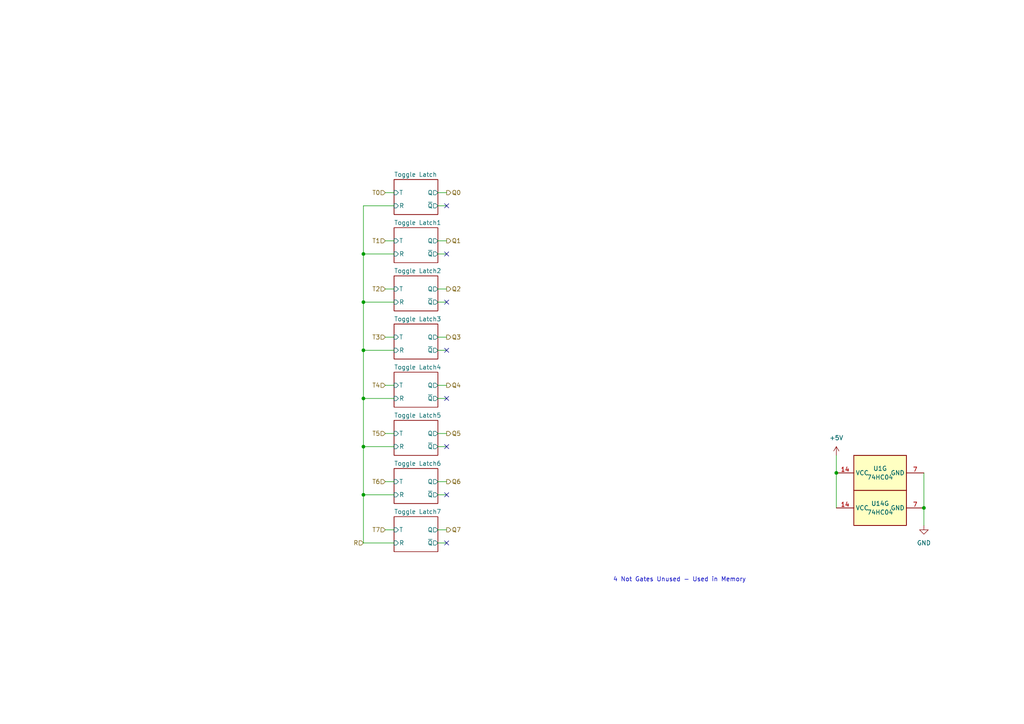
<source format=kicad_sch>
(kicad_sch (version 20230121) (generator eeschema)

  (uuid 0e6e3b96-4e98-4a63-aa6a-2e6a84e5bb3f)

  (paper "A4")

  (lib_symbols
    (symbol "74xx:74HC04" (in_bom yes) (on_board yes)
      (property "Reference" "U" (at 0 1.27 0)
        (effects (font (size 1.27 1.27)))
      )
      (property "Value" "74HC04" (at 0 -1.27 0)
        (effects (font (size 1.27 1.27)))
      )
      (property "Footprint" "" (at 0 0 0)
        (effects (font (size 1.27 1.27)) hide)
      )
      (property "Datasheet" "https://assets.nexperia.com/documents/data-sheet/74HC_HCT04.pdf" (at 0 0 0)
        (effects (font (size 1.27 1.27)) hide)
      )
      (property "ki_locked" "" (at 0 0 0)
        (effects (font (size 1.27 1.27)))
      )
      (property "ki_keywords" "HCMOS not inv" (at 0 0 0)
        (effects (font (size 1.27 1.27)) hide)
      )
      (property "ki_description" "Hex Inverter" (at 0 0 0)
        (effects (font (size 1.27 1.27)) hide)
      )
      (property "ki_fp_filters" "DIP*W7.62mm* SSOP?14* TSSOP?14*" (at 0 0 0)
        (effects (font (size 1.27 1.27)) hide)
      )
      (symbol "74HC04_1_0"
        (polyline
          (pts
            (xy -3.81 3.81)
            (xy -3.81 -3.81)
            (xy 3.81 0)
            (xy -3.81 3.81)
          )
          (stroke (width 0.254) (type default))
          (fill (type background))
        )
        (pin input line (at -7.62 0 0) (length 3.81)
          (name "~" (effects (font (size 1.27 1.27))))
          (number "1" (effects (font (size 1.27 1.27))))
        )
        (pin output inverted (at 7.62 0 180) (length 3.81)
          (name "~" (effects (font (size 1.27 1.27))))
          (number "2" (effects (font (size 1.27 1.27))))
        )
      )
      (symbol "74HC04_2_0"
        (polyline
          (pts
            (xy -3.81 3.81)
            (xy -3.81 -3.81)
            (xy 3.81 0)
            (xy -3.81 3.81)
          )
          (stroke (width 0.254) (type default))
          (fill (type background))
        )
        (pin input line (at -7.62 0 0) (length 3.81)
          (name "~" (effects (font (size 1.27 1.27))))
          (number "3" (effects (font (size 1.27 1.27))))
        )
        (pin output inverted (at 7.62 0 180) (length 3.81)
          (name "~" (effects (font (size 1.27 1.27))))
          (number "4" (effects (font (size 1.27 1.27))))
        )
      )
      (symbol "74HC04_3_0"
        (polyline
          (pts
            (xy -3.81 3.81)
            (xy -3.81 -3.81)
            (xy 3.81 0)
            (xy -3.81 3.81)
          )
          (stroke (width 0.254) (type default))
          (fill (type background))
        )
        (pin input line (at -7.62 0 0) (length 3.81)
          (name "~" (effects (font (size 1.27 1.27))))
          (number "5" (effects (font (size 1.27 1.27))))
        )
        (pin output inverted (at 7.62 0 180) (length 3.81)
          (name "~" (effects (font (size 1.27 1.27))))
          (number "6" (effects (font (size 1.27 1.27))))
        )
      )
      (symbol "74HC04_4_0"
        (polyline
          (pts
            (xy -3.81 3.81)
            (xy -3.81 -3.81)
            (xy 3.81 0)
            (xy -3.81 3.81)
          )
          (stroke (width 0.254) (type default))
          (fill (type background))
        )
        (pin output inverted (at 7.62 0 180) (length 3.81)
          (name "~" (effects (font (size 1.27 1.27))))
          (number "8" (effects (font (size 1.27 1.27))))
        )
        (pin input line (at -7.62 0 0) (length 3.81)
          (name "~" (effects (font (size 1.27 1.27))))
          (number "9" (effects (font (size 1.27 1.27))))
        )
      )
      (symbol "74HC04_5_0"
        (polyline
          (pts
            (xy -3.81 3.81)
            (xy -3.81 -3.81)
            (xy 3.81 0)
            (xy -3.81 3.81)
          )
          (stroke (width 0.254) (type default))
          (fill (type background))
        )
        (pin output inverted (at 7.62 0 180) (length 3.81)
          (name "~" (effects (font (size 1.27 1.27))))
          (number "10" (effects (font (size 1.27 1.27))))
        )
        (pin input line (at -7.62 0 0) (length 3.81)
          (name "~" (effects (font (size 1.27 1.27))))
          (number "11" (effects (font (size 1.27 1.27))))
        )
      )
      (symbol "74HC04_6_0"
        (polyline
          (pts
            (xy -3.81 3.81)
            (xy -3.81 -3.81)
            (xy 3.81 0)
            (xy -3.81 3.81)
          )
          (stroke (width 0.254) (type default))
          (fill (type background))
        )
        (pin output inverted (at 7.62 0 180) (length 3.81)
          (name "~" (effects (font (size 1.27 1.27))))
          (number "12" (effects (font (size 1.27 1.27))))
        )
        (pin input line (at -7.62 0 0) (length 3.81)
          (name "~" (effects (font (size 1.27 1.27))))
          (number "13" (effects (font (size 1.27 1.27))))
        )
      )
      (symbol "74HC04_7_0"
        (pin power_in line (at 0 12.7 270) (length 5.08)
          (name "VCC" (effects (font (size 1.27 1.27))))
          (number "14" (effects (font (size 1.27 1.27))))
        )
        (pin power_in line (at 0 -12.7 90) (length 5.08)
          (name "GND" (effects (font (size 1.27 1.27))))
          (number "7" (effects (font (size 1.27 1.27))))
        )
      )
      (symbol "74HC04_7_1"
        (rectangle (start -5.08 7.62) (end 5.08 -7.62)
          (stroke (width 0.254) (type default))
          (fill (type background))
        )
      )
    )
    (symbol "power:+5V" (power) (pin_names (offset 0)) (in_bom yes) (on_board yes)
      (property "Reference" "#PWR" (at 0 -3.81 0)
        (effects (font (size 1.27 1.27)) hide)
      )
      (property "Value" "+5V" (at 0 3.556 0)
        (effects (font (size 1.27 1.27)))
      )
      (property "Footprint" "" (at 0 0 0)
        (effects (font (size 1.27 1.27)) hide)
      )
      (property "Datasheet" "" (at 0 0 0)
        (effects (font (size 1.27 1.27)) hide)
      )
      (property "ki_keywords" "global power" (at 0 0 0)
        (effects (font (size 1.27 1.27)) hide)
      )
      (property "ki_description" "Power symbol creates a global label with name \"+5V\"" (at 0 0 0)
        (effects (font (size 1.27 1.27)) hide)
      )
      (symbol "+5V_0_1"
        (polyline
          (pts
            (xy -0.762 1.27)
            (xy 0 2.54)
          )
          (stroke (width 0) (type default))
          (fill (type none))
        )
        (polyline
          (pts
            (xy 0 0)
            (xy 0 2.54)
          )
          (stroke (width 0) (type default))
          (fill (type none))
        )
        (polyline
          (pts
            (xy 0 2.54)
            (xy 0.762 1.27)
          )
          (stroke (width 0) (type default))
          (fill (type none))
        )
      )
      (symbol "+5V_1_1"
        (pin power_in line (at 0 0 90) (length 0) hide
          (name "+5V" (effects (font (size 1.27 1.27))))
          (number "1" (effects (font (size 1.27 1.27))))
        )
      )
    )
    (symbol "power:GND" (power) (pin_names (offset 0)) (in_bom yes) (on_board yes)
      (property "Reference" "#PWR" (at 0 -6.35 0)
        (effects (font (size 1.27 1.27)) hide)
      )
      (property "Value" "GND" (at 0 -3.81 0)
        (effects (font (size 1.27 1.27)))
      )
      (property "Footprint" "" (at 0 0 0)
        (effects (font (size 1.27 1.27)) hide)
      )
      (property "Datasheet" "" (at 0 0 0)
        (effects (font (size 1.27 1.27)) hide)
      )
      (property "ki_keywords" "global power" (at 0 0 0)
        (effects (font (size 1.27 1.27)) hide)
      )
      (property "ki_description" "Power symbol creates a global label with name \"GND\" , ground" (at 0 0 0)
        (effects (font (size 1.27 1.27)) hide)
      )
      (symbol "GND_0_1"
        (polyline
          (pts
            (xy 0 0)
            (xy 0 -1.27)
            (xy 1.27 -1.27)
            (xy 0 -2.54)
            (xy -1.27 -1.27)
            (xy 0 -1.27)
          )
          (stroke (width 0) (type default))
          (fill (type none))
        )
      )
      (symbol "GND_1_1"
        (pin power_in line (at 0 0 270) (length 0) hide
          (name "GND" (effects (font (size 1.27 1.27))))
          (number "1" (effects (font (size 1.27 1.27))))
        )
      )
    )
  )

  (junction (at 105.41 143.51) (diameter 0) (color 0 0 0 0)
    (uuid 20889df2-f76c-48aa-b0b7-28047c5d5afa)
  )
  (junction (at 105.41 73.66) (diameter 0) (color 0 0 0 0)
    (uuid 213f1d65-d9c1-4280-af44-f582f5e0b744)
  )
  (junction (at 242.57 137.16) (diameter 0) (color 0 0 0 0)
    (uuid 33a7768e-2d15-499d-ab2a-424964e56e39)
  )
  (junction (at 105.41 87.63) (diameter 0) (color 0 0 0 0)
    (uuid 37d4bafc-0062-4cf6-b41d-f30f749577de)
  )
  (junction (at 105.41 129.54) (diameter 0) (color 0 0 0 0)
    (uuid 82e34b94-21a7-433a-abab-8be7dbabb1bd)
  )
  (junction (at 105.41 115.57) (diameter 0) (color 0 0 0 0)
    (uuid 835d86e6-af49-4385-876b-c185add68e63)
  )
  (junction (at 105.41 101.6) (diameter 0) (color 0 0 0 0)
    (uuid ad2de494-e98c-4179-b6d2-3010cee1ae28)
  )
  (junction (at 267.97 147.32) (diameter 0) (color 0 0 0 0)
    (uuid de722f5e-74f6-4d32-bda0-32d038962bb0)
  )

  (no_connect (at 129.54 73.66) (uuid 444ba1a4-8395-4f97-9a0d-83091decb0ce))
  (no_connect (at 129.54 129.54) (uuid 5ad85241-3ecc-4c0d-88a1-c9d687e60c6c))
  (no_connect (at 129.54 143.51) (uuid 6a347fbb-eb0a-494f-a8b0-8205ca6145bd))
  (no_connect (at 129.54 59.69) (uuid 70aa45c7-18b0-4a4b-9671-2972309372e7))
  (no_connect (at 129.54 87.63) (uuid 8552a532-90bd-49df-9e51-d1100bccd902))
  (no_connect (at 129.54 157.48) (uuid 8613298b-cda7-4b08-9412-27f4fab30fd7))
  (no_connect (at 129.54 115.57) (uuid f8f88c46-fc6a-40bc-b676-217ec94216ce))
  (no_connect (at 129.54 101.6) (uuid fa39d149-82f4-4475-85a1-186919856f12))

  (wire (pts (xy 127 139.7) (xy 129.54 139.7))
    (stroke (width 0) (type default))
    (uuid 001f9f6f-6591-4e8e-9da8-56f972720bf7)
  )
  (wire (pts (xy 111.76 83.82) (xy 114.3 83.82))
    (stroke (width 0) (type default))
    (uuid 0772a3a8-2c72-4cf6-86da-483d3db1f2e7)
  )
  (wire (pts (xy 105.41 129.54) (xy 114.3 129.54))
    (stroke (width 0) (type default))
    (uuid 0a553d57-35e6-4a12-a9ad-abdf4727185b)
  )
  (wire (pts (xy 127 97.79) (xy 129.54 97.79))
    (stroke (width 0) (type default))
    (uuid 14749e0f-d12a-49a0-9b43-587a59a2da08)
  )
  (wire (pts (xy 127 55.88) (xy 129.54 55.88))
    (stroke (width 0) (type default))
    (uuid 1dd27cb8-2c49-496f-9cb0-03645df5d82b)
  )
  (wire (pts (xy 105.41 101.6) (xy 114.3 101.6))
    (stroke (width 0) (type default))
    (uuid 251c2e44-0bff-4e64-96a0-190596bd8971)
  )
  (wire (pts (xy 127 69.85) (xy 129.54 69.85))
    (stroke (width 0) (type default))
    (uuid 25286312-d020-4e48-a1a9-20a5e169a933)
  )
  (wire (pts (xy 127 129.54) (xy 129.54 129.54))
    (stroke (width 0) (type default))
    (uuid 286771a1-0f88-4e05-8fdd-c919f48c4acf)
  )
  (wire (pts (xy 127 157.48) (xy 129.54 157.48))
    (stroke (width 0) (type default))
    (uuid 28d3a011-7cb0-4369-a19a-d19b79946f2e)
  )
  (wire (pts (xy 127 73.66) (xy 129.54 73.66))
    (stroke (width 0) (type default))
    (uuid 3f92adc6-2394-4691-aa38-5411eded8dfc)
  )
  (wire (pts (xy 267.97 147.32) (xy 267.97 152.4))
    (stroke (width 0) (type default))
    (uuid 485a9a63-edf1-4475-9bee-25550b35b844)
  )
  (wire (pts (xy 105.41 115.57) (xy 105.41 129.54))
    (stroke (width 0) (type default))
    (uuid 4966f157-b705-4c8e-b990-bdf341b8ee97)
  )
  (wire (pts (xy 242.57 137.16) (xy 242.57 147.32))
    (stroke (width 0) (type default))
    (uuid 5e125cb3-63c0-4f6b-adc2-cdc26d2dedd7)
  )
  (wire (pts (xy 114.3 59.69) (xy 105.41 59.69))
    (stroke (width 0) (type default))
    (uuid 60bbb929-02ba-41c3-a60b-41e36694d956)
  )
  (wire (pts (xy 105.41 115.57) (xy 114.3 115.57))
    (stroke (width 0) (type default))
    (uuid 61c50abf-cbda-415e-8447-9398f909c352)
  )
  (wire (pts (xy 105.41 101.6) (xy 105.41 115.57))
    (stroke (width 0) (type default))
    (uuid 6291bc05-3afe-4cba-96c2-b2bff02c16a3)
  )
  (wire (pts (xy 105.41 157.48) (xy 114.3 157.48))
    (stroke (width 0) (type default))
    (uuid 7126fc87-32c3-4536-a36d-60f4e1bf2751)
  )
  (wire (pts (xy 111.76 139.7) (xy 114.3 139.7))
    (stroke (width 0) (type default))
    (uuid 7c899eca-d22e-44c6-bd01-971f4e047bc8)
  )
  (wire (pts (xy 111.76 55.88) (xy 114.3 55.88))
    (stroke (width 0) (type default))
    (uuid 81f6828d-4721-47b0-82c9-93df6b1cedf6)
  )
  (wire (pts (xy 127 153.67) (xy 129.54 153.67))
    (stroke (width 0) (type default))
    (uuid 9236b5db-34ad-4a14-b4f4-e3164217ceef)
  )
  (wire (pts (xy 105.41 143.51) (xy 114.3 143.51))
    (stroke (width 0) (type default))
    (uuid 9b50923f-8f6f-4819-bcef-f59ec2da0ff1)
  )
  (wire (pts (xy 127 125.73) (xy 129.54 125.73))
    (stroke (width 0) (type default))
    (uuid 9dd12fec-b010-4845-8510-729a00405a70)
  )
  (wire (pts (xy 111.76 125.73) (xy 114.3 125.73))
    (stroke (width 0) (type default))
    (uuid a0c89821-3fe8-433a-a882-2de28d708536)
  )
  (wire (pts (xy 111.76 97.79) (xy 114.3 97.79))
    (stroke (width 0) (type default))
    (uuid bc80650c-fbd7-4409-9e04-df66e1cc4b37)
  )
  (wire (pts (xy 105.41 73.66) (xy 105.41 87.63))
    (stroke (width 0) (type default))
    (uuid bde12dda-e5f6-432d-92a3-e3b9eb5ddcc5)
  )
  (wire (pts (xy 127 115.57) (xy 129.54 115.57))
    (stroke (width 0) (type default))
    (uuid c866c5de-cc92-4aa9-b6a6-0d731c7bac26)
  )
  (wire (pts (xy 127 101.6) (xy 129.54 101.6))
    (stroke (width 0) (type default))
    (uuid cb128e02-14be-41cc-bef3-bf7910c4d9f8)
  )
  (wire (pts (xy 105.41 143.51) (xy 105.41 157.48))
    (stroke (width 0) (type default))
    (uuid d9975f04-b4cb-4c9b-8e8e-487aaef77974)
  )
  (wire (pts (xy 127 143.51) (xy 129.54 143.51))
    (stroke (width 0) (type default))
    (uuid dae6c8be-1b2f-4d2c-9356-a0a3220e1a59)
  )
  (wire (pts (xy 127 111.76) (xy 129.54 111.76))
    (stroke (width 0) (type default))
    (uuid deaedb0c-29a9-44ee-95a3-afca801cd8a4)
  )
  (wire (pts (xy 105.41 87.63) (xy 105.41 101.6))
    (stroke (width 0) (type default))
    (uuid e0e943cd-c449-4253-9a57-35bd5610c4a5)
  )
  (wire (pts (xy 111.76 69.85) (xy 114.3 69.85))
    (stroke (width 0) (type default))
    (uuid e15c040a-a533-49f3-9959-1ab737452f43)
  )
  (wire (pts (xy 111.76 153.67) (xy 114.3 153.67))
    (stroke (width 0) (type default))
    (uuid e1d1ac9d-5021-49ba-8de4-1ce688a8c637)
  )
  (wire (pts (xy 127 87.63) (xy 129.54 87.63))
    (stroke (width 0) (type default))
    (uuid e3f15034-1077-4a61-974b-7af0d0ed7620)
  )
  (wire (pts (xy 105.41 129.54) (xy 105.41 143.51))
    (stroke (width 0) (type default))
    (uuid e81bc73f-3fd3-4c71-bedc-e4021ee4ad7c)
  )
  (wire (pts (xy 105.41 73.66) (xy 114.3 73.66))
    (stroke (width 0) (type default))
    (uuid ea8b602c-1ae5-4fcd-8f11-9ad6dda0208e)
  )
  (wire (pts (xy 105.41 59.69) (xy 105.41 73.66))
    (stroke (width 0) (type default))
    (uuid eadcbb97-7386-4007-b0ef-61acef03def1)
  )
  (wire (pts (xy 267.97 137.16) (xy 267.97 147.32))
    (stroke (width 0) (type default))
    (uuid ece17bdb-5138-433b-bc66-733843647d09)
  )
  (wire (pts (xy 242.57 132.08) (xy 242.57 137.16))
    (stroke (width 0) (type default))
    (uuid f1c4c1d5-bd17-4d2b-9108-bff2682e816a)
  )
  (wire (pts (xy 127 83.82) (xy 129.54 83.82))
    (stroke (width 0) (type default))
    (uuid f3824efa-347f-42d3-b646-efd1f97c44de)
  )
  (wire (pts (xy 105.41 87.63) (xy 114.3 87.63))
    (stroke (width 0) (type default))
    (uuid f9da3126-8071-4eaa-b4e2-af950d0f0dee)
  )
  (wire (pts (xy 127 59.69) (xy 129.54 59.69))
    (stroke (width 0) (type default))
    (uuid fb07a9b3-b90a-4741-ac5b-57578777a099)
  )
  (wire (pts (xy 111.76 111.76) (xy 114.3 111.76))
    (stroke (width 0) (type default))
    (uuid ffffcc26-9e51-48d8-ac10-d1ebe9395bcc)
  )

  (text "4 Not Gates Unused - Used in Memory" (at 177.8 168.91 0)
    (effects (font (size 1.27 1.27)) (justify left bottom))
    (uuid a24db564-42ee-4334-bb08-dffd5125acd0)
  )

  (hierarchical_label "Q1" (shape output) (at 129.54 69.85 0) (fields_autoplaced)
    (effects (font (size 1.27 1.27)) (justify left))
    (uuid 1452c970-ef9f-4e4c-8122-69e12c3919ca)
  )
  (hierarchical_label "T1" (shape input) (at 111.76 69.85 180) (fields_autoplaced)
    (effects (font (size 1.27 1.27)) (justify right))
    (uuid 1559057d-f999-4f20-9efc-539fe615e0ed)
  )
  (hierarchical_label "T7" (shape input) (at 111.76 153.67 180) (fields_autoplaced)
    (effects (font (size 1.27 1.27)) (justify right))
    (uuid 18de3e13-d96f-4651-aae2-639073b559f7)
  )
  (hierarchical_label "Q3" (shape output) (at 129.54 97.79 0) (fields_autoplaced)
    (effects (font (size 1.27 1.27)) (justify left))
    (uuid 1c9a1d65-bdab-4ccb-bfbc-13cb130c697f)
  )
  (hierarchical_label "Q4" (shape output) (at 129.54 111.76 0) (fields_autoplaced)
    (effects (font (size 1.27 1.27)) (justify left))
    (uuid 356f798e-dc45-4c7f-8b73-1581622dde0b)
  )
  (hierarchical_label "R" (shape input) (at 105.41 157.48 180) (fields_autoplaced)
    (effects (font (size 1.27 1.27)) (justify right))
    (uuid 4927572b-0b26-4ff0-9486-63bf2959a121)
  )
  (hierarchical_label "Q7" (shape output) (at 129.54 153.67 0) (fields_autoplaced)
    (effects (font (size 1.27 1.27)) (justify left))
    (uuid 637ee81e-0212-4d21-a008-02d44d85f310)
  )
  (hierarchical_label "T4" (shape input) (at 111.76 111.76 180) (fields_autoplaced)
    (effects (font (size 1.27 1.27)) (justify right))
    (uuid 654eb483-9b57-47b8-b437-c510f97fd267)
  )
  (hierarchical_label "T5" (shape input) (at 111.76 125.73 180) (fields_autoplaced)
    (effects (font (size 1.27 1.27)) (justify right))
    (uuid 76909549-15a0-4689-b0f7-15427f480027)
  )
  (hierarchical_label "Q2" (shape output) (at 129.54 83.82 0) (fields_autoplaced)
    (effects (font (size 1.27 1.27)) (justify left))
    (uuid 8ae7b634-527e-497c-92eb-2dabbcd4ca0e)
  )
  (hierarchical_label "Q5" (shape output) (at 129.54 125.73 0) (fields_autoplaced)
    (effects (font (size 1.27 1.27)) (justify left))
    (uuid 9e6a6376-81c7-4a77-b5cd-db97b9350c41)
  )
  (hierarchical_label "Q6" (shape output) (at 129.54 139.7 0) (fields_autoplaced)
    (effects (font (size 1.27 1.27)) (justify left))
    (uuid ad8bf0bf-1345-4e9c-8625-35bfdfb389c7)
  )
  (hierarchical_label "T0" (shape input) (at 111.76 55.88 180) (fields_autoplaced)
    (effects (font (size 1.27 1.27)) (justify right))
    (uuid bdbbb716-00e4-4854-a8e2-530a5e15179f)
  )
  (hierarchical_label "T3" (shape input) (at 111.76 97.79 180) (fields_autoplaced)
    (effects (font (size 1.27 1.27)) (justify right))
    (uuid d9e51824-cad4-4ec8-ae1c-1b180ca2e593)
  )
  (hierarchical_label "T2" (shape input) (at 111.76 83.82 180) (fields_autoplaced)
    (effects (font (size 1.27 1.27)) (justify right))
    (uuid dab867ab-f309-4ad5-b91f-6a80de1022e7)
  )
  (hierarchical_label "T6" (shape input) (at 111.76 139.7 180) (fields_autoplaced)
    (effects (font (size 1.27 1.27)) (justify right))
    (uuid e2baebcd-a2db-419a-8cb7-61e652322e3e)
  )
  (hierarchical_label "Q0" (shape output) (at 129.54 55.88 0) (fields_autoplaced)
    (effects (font (size 1.27 1.27)) (justify left))
    (uuid e862c368-300c-4ef5-99a8-0a008fc78b44)
  )

  (symbol (lib_id "power:+5V") (at 242.57 132.08 0) (unit 1)
    (in_bom yes) (on_board yes) (dnp no) (fields_autoplaced)
    (uuid 4ae883b2-9fba-4f4c-b4cb-12993a53907f)
    (property "Reference" "#PWR01" (at 242.57 135.89 0)
      (effects (font (size 1.27 1.27)) hide)
    )
    (property "Value" "+5V" (at 242.57 127 0)
      (effects (font (size 1.27 1.27)))
    )
    (property "Footprint" "" (at 242.57 132.08 0)
      (effects (font (size 1.27 1.27)) hide)
    )
    (property "Datasheet" "" (at 242.57 132.08 0)
      (effects (font (size 1.27 1.27)) hide)
    )
    (pin "1" (uuid d4b7d881-9e3b-4535-87df-83c22a184bf6))
    (instances
      (project "ALU"
        (path "/c7042fcd-0b8a-40b2-acdb-0a382389991a/dfaed007-8bba-415c-b5ec-1195b9fbd2de"
          (reference "#PWR01") (unit 1)
        )
      )
    )
  )

  (symbol (lib_id "74xx:74HC04") (at 255.27 137.16 90) (unit 7)
    (in_bom yes) (on_board yes) (dnp no)
    (uuid 7c0ef91b-da3d-4fb4-b64b-5575bf941a17)
    (property "Reference" "U1" (at 255.27 135.89 90)
      (effects (font (size 1.27 1.27)))
    )
    (property "Value" "74HC04" (at 255.27 138.43 90)
      (effects (font (size 1.27 1.27)))
    )
    (property "Footprint" "Package_DIP:DIP-14_W7.62mm_Socket" (at 255.27 137.16 0)
      (effects (font (size 1.27 1.27)) hide)
    )
    (property "Datasheet" "https://assets.nexperia.com/documents/data-sheet/74HC_HCT04.pdf" (at 255.27 137.16 0)
      (effects (font (size 1.27 1.27)) hide)
    )
    (pin "1" (uuid 643cd133-177b-4e55-b143-ce910ecb9e14))
    (pin "2" (uuid 3d52a9be-ab7a-4e9b-9ef9-dc6ed8d68fb0))
    (pin "3" (uuid b718e4c5-77b3-4ba7-856c-aa1c546b44bf))
    (pin "4" (uuid cbe69d17-0483-4ada-904a-1f0d49dd4a7c))
    (pin "5" (uuid 91048a40-eb70-4ad4-b24b-ee158ca590a4))
    (pin "6" (uuid 77509f24-4271-4e97-8632-a9c42b9e3ccd))
    (pin "8" (uuid eff86ece-0942-4a64-9ccf-3c9edaa8f7d0))
    (pin "9" (uuid 92251465-876a-4c41-a6b1-a5f06a2717f8))
    (pin "10" (uuid bb5d4c8c-bf8f-43a5-a6e1-5ced18e4741d))
    (pin "11" (uuid facec625-4744-4cca-9f6d-39d8d7284e6d))
    (pin "12" (uuid ca8b51f2-1d37-4621-a5eb-b59f5a2b280f))
    (pin "13" (uuid e2003a29-5f7e-448b-b980-a5bf20ebc8a2))
    (pin "14" (uuid 5b677954-6acc-4c5f-b46e-22495ff97251))
    (pin "7" (uuid 8efb8167-e03b-478a-af28-b33456e410cc))
    (instances
      (project "ALU"
        (path "/c7042fcd-0b8a-40b2-acdb-0a382389991a/dfaed007-8bba-415c-b5ec-1195b9fbd2de"
          (reference "U1") (unit 7)
        )
      )
    )
  )

  (symbol (lib_id "74xx:74HC04") (at 255.27 147.32 90) (unit 7)
    (in_bom yes) (on_board yes) (dnp no)
    (uuid 956299e1-16cf-4303-b55a-120eeee58d65)
    (property "Reference" "U14" (at 255.27 146.05 90)
      (effects (font (size 1.27 1.27)))
    )
    (property "Value" "74HC04" (at 255.27 148.59 90)
      (effects (font (size 1.27 1.27)))
    )
    (property "Footprint" "Package_DIP:DIP-14_W7.62mm_Socket" (at 255.27 147.32 0)
      (effects (font (size 1.27 1.27)) hide)
    )
    (property "Datasheet" "https://assets.nexperia.com/documents/data-sheet/74HC_HCT04.pdf" (at 255.27 147.32 0)
      (effects (font (size 1.27 1.27)) hide)
    )
    (pin "1" (uuid 15609b25-0ec9-4b44-b654-ae5d0ea21b36))
    (pin "2" (uuid 2cd1d69c-831d-420f-9afb-b7c219e90469))
    (pin "3" (uuid dca0e9e9-f66a-4f45-91d0-1e7818b0887c))
    (pin "4" (uuid 3cb67b38-96be-4fb7-9f12-083c80db28d4))
    (pin "5" (uuid f7e0dd1d-9495-4bd1-86ea-9319e290eda8))
    (pin "6" (uuid dca4b437-a00a-4d4f-91bd-37afa52f3fde))
    (pin "8" (uuid 2764b4e0-094d-4598-acd5-09ff6c06caa6))
    (pin "9" (uuid fb0aeb29-317f-47e1-b4b3-704dc4ddfd42))
    (pin "10" (uuid a279884d-fc83-4a22-9d38-f0021f4bb378))
    (pin "11" (uuid 1d3a7946-e4f4-4226-b7eb-e7057fdb2711))
    (pin "12" (uuid 9c8a522a-ac89-4ffe-9fea-0471c66f0aeb))
    (pin "13" (uuid 3fe44e76-2af2-4bc6-a2d3-6e35fe514715))
    (pin "14" (uuid e81dd423-6d4c-4072-8cca-f95717f6fedd))
    (pin "7" (uuid 2f01cea2-ea24-460a-ae4a-f57200957813))
    (instances
      (project "ALU"
        (path "/c7042fcd-0b8a-40b2-acdb-0a382389991a/dfaed007-8bba-415c-b5ec-1195b9fbd2de"
          (reference "U14") (unit 7)
        )
      )
    )
  )

  (symbol (lib_id "power:GND") (at 267.97 152.4 0) (unit 1)
    (in_bom yes) (on_board yes) (dnp no) (fields_autoplaced)
    (uuid e44b00c7-7970-48ac-af70-a43212fedd52)
    (property "Reference" "#PWR02" (at 267.97 158.75 0)
      (effects (font (size 1.27 1.27)) hide)
    )
    (property "Value" "GND" (at 267.97 157.48 0)
      (effects (font (size 1.27 1.27)))
    )
    (property "Footprint" "" (at 267.97 152.4 0)
      (effects (font (size 1.27 1.27)) hide)
    )
    (property "Datasheet" "" (at 267.97 152.4 0)
      (effects (font (size 1.27 1.27)) hide)
    )
    (pin "1" (uuid 358b623e-43bc-4c13-9a33-7a2723969ee0))
    (instances
      (project "ALU"
        (path "/c7042fcd-0b8a-40b2-acdb-0a382389991a/dfaed007-8bba-415c-b5ec-1195b9fbd2de"
          (reference "#PWR02") (unit 1)
        )
      )
    )
  )

  (sheet (at 114.3 80.01) (size 12.7 10.16) (fields_autoplaced)
    (stroke (width 0.1524) (type solid))
    (fill (color 0 0 0 0.0000))
    (uuid 224ae7a5-e376-40a4-a8ca-655174eae89a)
    (property "Sheetname" "Toggle Latch2" (at 114.3 79.2984 0)
      (effects (font (size 1.27 1.27)) (justify left bottom))
    )
    (property "Sheetfile" "T_Latch.kicad_sch" (at 114.3 90.7546 0)
      (effects (font (size 1.27 1.27)) (justify left top) hide)
    )
    (pin "T" input (at 114.3 83.82 180)
      (effects (font (size 1.27 1.27)) (justify left))
      (uuid f36dd351-ed40-4084-ae99-c13b276e1caa)
    )
    (pin "Q" output (at 127 83.82 0)
      (effects (font (size 1.27 1.27)) (justify right))
      (uuid 8f0e282d-819b-45ae-8e6e-d327eac42371)
    )
    (pin "~{Q}" output (at 127 87.63 0)
      (effects (font (size 1.27 1.27)) (justify right))
      (uuid bb408bdf-36a3-4eab-b9f8-a95107b288b7)
    )
    (pin "R" input (at 114.3 87.63 180)
      (effects (font (size 1.27 1.27)) (justify left))
      (uuid 52fbebaf-ee57-4f98-9df2-83752180601c)
    )
    (instances
      (project "ALU"
        (path "/c7042fcd-0b8a-40b2-acdb-0a382389991a" (page "21"))
        (path "/c7042fcd-0b8a-40b2-acdb-0a382389991a/dfaed007-8bba-415c-b5ec-1195b9fbd2de" (page "13"))
      )
    )
  )

  (sheet (at 114.3 149.86) (size 12.7 10.16) (fields_autoplaced)
    (stroke (width 0.1524) (type solid))
    (fill (color 0 0 0 0.0000))
    (uuid 83b21171-f3d9-4182-aafc-fbf4fffdbf85)
    (property "Sheetname" "Toggle Latch7" (at 114.3 149.1484 0)
      (effects (font (size 1.27 1.27)) (justify left bottom))
    )
    (property "Sheetfile" "T_Latch.kicad_sch" (at 114.3 160.6046 0)
      (effects (font (size 1.27 1.27)) (justify left top) hide)
    )
    (pin "T" input (at 114.3 153.67 180)
      (effects (font (size 1.27 1.27)) (justify left))
      (uuid 6fd0ba7a-0a05-4279-b9e5-c6946365d345)
    )
    (pin "Q" output (at 127 153.67 0)
      (effects (font (size 1.27 1.27)) (justify right))
      (uuid 0243e113-c450-459a-b232-e505c1c77437)
    )
    (pin "~{Q}" output (at 127 157.48 0)
      (effects (font (size 1.27 1.27)) (justify right))
      (uuid 7313a6c7-f1e3-4457-8343-8d8e5e1eb6d7)
    )
    (pin "R" input (at 114.3 157.48 180)
      (effects (font (size 1.27 1.27)) (justify left))
      (uuid cac2169f-2dc5-4468-be33-79b913c06c15)
    )
    (instances
      (project "ALU"
        (path "/c7042fcd-0b8a-40b2-acdb-0a382389991a" (page "21"))
        (path "/c7042fcd-0b8a-40b2-acdb-0a382389991a/dfaed007-8bba-415c-b5ec-1195b9fbd2de" (page "18"))
      )
    )
  )

  (sheet (at 114.3 66.04) (size 12.7 10.16) (fields_autoplaced)
    (stroke (width 0.1524) (type solid))
    (fill (color 0 0 0 0.0000))
    (uuid b5bd5663-6005-480d-9a04-be4d9b1be6a7)
    (property "Sheetname" "Toggle Latch1" (at 114.3 65.3284 0)
      (effects (font (size 1.27 1.27)) (justify left bottom))
    )
    (property "Sheetfile" "T_Latch.kicad_sch" (at 114.3 76.7846 0)
      (effects (font (size 1.27 1.27)) (justify left top) hide)
    )
    (pin "T" input (at 114.3 69.85 180)
      (effects (font (size 1.27 1.27)) (justify left))
      (uuid 81534f46-3e1d-4ccb-a5d5-5237fca95e32)
    )
    (pin "Q" output (at 127 69.85 0)
      (effects (font (size 1.27 1.27)) (justify right))
      (uuid cb7d3e9e-cd75-4775-ab09-942802c14614)
    )
    (pin "~{Q}" output (at 127 73.66 0)
      (effects (font (size 1.27 1.27)) (justify right))
      (uuid 70436bf3-4657-4e12-8172-d79fe02a8eab)
    )
    (pin "R" input (at 114.3 73.66 180)
      (effects (font (size 1.27 1.27)) (justify left))
      (uuid 47924988-28e0-4769-b11b-7668068eafa1)
    )
    (instances
      (project "ALU"
        (path "/c7042fcd-0b8a-40b2-acdb-0a382389991a" (page "21"))
        (path "/c7042fcd-0b8a-40b2-acdb-0a382389991a/dfaed007-8bba-415c-b5ec-1195b9fbd2de" (page "11"))
      )
    )
  )

  (sheet (at 114.3 52.07) (size 12.7 10.16) (fields_autoplaced)
    (stroke (width 0.1524) (type solid))
    (fill (color 0 0 0 0.0000))
    (uuid da9f69d6-729d-449e-923a-2787d7935378)
    (property "Sheetname" "Toggle Latch" (at 114.3 51.3584 0)
      (effects (font (size 1.27 1.27)) (justify left bottom))
    )
    (property "Sheetfile" "T_Latch.kicad_sch" (at 114.3 62.8146 0)
      (effects (font (size 1.27 1.27)) (justify left top) hide)
    )
    (pin "T" input (at 114.3 55.88 180)
      (effects (font (size 1.27 1.27)) (justify left))
      (uuid d94b9da0-640f-4034-8536-373b237430de)
    )
    (pin "Q" output (at 127 55.88 0)
      (effects (font (size 1.27 1.27)) (justify right))
      (uuid 4423df4a-7439-4e24-95fd-d44b8444dc70)
    )
    (pin "~{Q}" output (at 127 59.69 0)
      (effects (font (size 1.27 1.27)) (justify right))
      (uuid 349e32c8-4d25-4205-a682-8b92d571be8c)
    )
    (pin "R" input (at 114.3 59.69 180)
      (effects (font (size 1.27 1.27)) (justify left))
      (uuid adbe7bc1-1362-4552-9c27-91c00a24a620)
    )
    (instances
      (project "ALU"
        (path "/c7042fcd-0b8a-40b2-acdb-0a382389991a" (page "21"))
        (path "/c7042fcd-0b8a-40b2-acdb-0a382389991a/dfaed007-8bba-415c-b5ec-1195b9fbd2de" (page "6"))
      )
    )
  )

  (sheet (at 114.3 135.89) (size 12.7 10.16) (fields_autoplaced)
    (stroke (width 0.1524) (type solid))
    (fill (color 0 0 0 0.0000))
    (uuid deb66a32-ba92-47de-9910-99722bf7ee88)
    (property "Sheetname" "Toggle Latch6" (at 114.3 135.1784 0)
      (effects (font (size 1.27 1.27)) (justify left bottom))
    )
    (property "Sheetfile" "T_Latch.kicad_sch" (at 114.3 146.6346 0)
      (effects (font (size 1.27 1.27)) (justify left top) hide)
    )
    (pin "T" input (at 114.3 139.7 180)
      (effects (font (size 1.27 1.27)) (justify left))
      (uuid 8ba59765-c0a3-4541-8b88-d166dc964aa4)
    )
    (pin "Q" output (at 127 139.7 0)
      (effects (font (size 1.27 1.27)) (justify right))
      (uuid ac60b6c9-1eb9-45ad-ba67-0c3a606df46b)
    )
    (pin "~{Q}" output (at 127 143.51 0)
      (effects (font (size 1.27 1.27)) (justify right))
      (uuid c03768ca-bc6c-48a5-a9cf-35b0de3b5c20)
    )
    (pin "R" input (at 114.3 143.51 180)
      (effects (font (size 1.27 1.27)) (justify left))
      (uuid 9ed9115e-00ef-403b-9e96-bd5051b6f269)
    )
    (instances
      (project "ALU"
        (path "/c7042fcd-0b8a-40b2-acdb-0a382389991a" (page "21"))
        (path "/c7042fcd-0b8a-40b2-acdb-0a382389991a/dfaed007-8bba-415c-b5ec-1195b9fbd2de" (page "17"))
      )
    )
  )

  (sheet (at 114.3 121.92) (size 12.7 10.16) (fields_autoplaced)
    (stroke (width 0.1524) (type solid))
    (fill (color 0 0 0 0.0000))
    (uuid e454eb4e-2c55-42c6-bc96-1d311c5f6d3b)
    (property "Sheetname" "Toggle Latch5" (at 114.3 121.2084 0)
      (effects (font (size 1.27 1.27)) (justify left bottom))
    )
    (property "Sheetfile" "T_Latch.kicad_sch" (at 114.3 132.6646 0)
      (effects (font (size 1.27 1.27)) (justify left top) hide)
    )
    (pin "T" input (at 114.3 125.73 180)
      (effects (font (size 1.27 1.27)) (justify left))
      (uuid 618a3742-123a-489b-9566-ae0fa189f5a1)
    )
    (pin "Q" output (at 127 125.73 0)
      (effects (font (size 1.27 1.27)) (justify right))
      (uuid ebb65d2f-ad9b-41d2-a13b-d4464d292121)
    )
    (pin "~{Q}" output (at 127 129.54 0)
      (effects (font (size 1.27 1.27)) (justify right))
      (uuid 671db8d1-d732-4519-ab43-5a1c2195c17f)
    )
    (pin "R" input (at 114.3 129.54 180)
      (effects (font (size 1.27 1.27)) (justify left))
      (uuid fe1fffab-a3b1-45a0-8643-95de2f7032f1)
    )
    (instances
      (project "ALU"
        (path "/c7042fcd-0b8a-40b2-acdb-0a382389991a" (page "21"))
        (path "/c7042fcd-0b8a-40b2-acdb-0a382389991a/dfaed007-8bba-415c-b5ec-1195b9fbd2de" (page "16"))
      )
    )
  )

  (sheet (at 114.3 93.98) (size 12.7 10.16) (fields_autoplaced)
    (stroke (width 0.1524) (type solid))
    (fill (color 0 0 0 0.0000))
    (uuid e8bdf478-b265-4120-acaf-b99e1ff6bcf7)
    (property "Sheetname" "Toggle Latch3" (at 114.3 93.2684 0)
      (effects (font (size 1.27 1.27)) (justify left bottom))
    )
    (property "Sheetfile" "T_Latch.kicad_sch" (at 114.3 104.7246 0)
      (effects (font (size 1.27 1.27)) (justify left top) hide)
    )
    (pin "T" input (at 114.3 97.79 180)
      (effects (font (size 1.27 1.27)) (justify left))
      (uuid 0b136124-4952-4da8-bc83-3c120b626d82)
    )
    (pin "Q" output (at 127 97.79 0)
      (effects (font (size 1.27 1.27)) (justify right))
      (uuid 52954186-33e7-41e1-916c-281fc8c11b93)
    )
    (pin "~{Q}" output (at 127 101.6 0)
      (effects (font (size 1.27 1.27)) (justify right))
      (uuid 3b5963b5-a07d-4d0b-bff1-ee256f4c2c33)
    )
    (pin "R" input (at 114.3 101.6 180)
      (effects (font (size 1.27 1.27)) (justify left))
      (uuid d5d1e6ad-d5eb-4b00-8d63-2875591180a6)
    )
    (instances
      (project "ALU"
        (path "/c7042fcd-0b8a-40b2-acdb-0a382389991a" (page "21"))
        (path "/c7042fcd-0b8a-40b2-acdb-0a382389991a/dfaed007-8bba-415c-b5ec-1195b9fbd2de" (page "14"))
      )
    )
  )

  (sheet (at 114.3 107.95) (size 12.7 10.16) (fields_autoplaced)
    (stroke (width 0.1524) (type solid))
    (fill (color 0 0 0 0.0000))
    (uuid fa83fd7f-a07d-45f0-ae7f-70ca019c6a3d)
    (property "Sheetname" "Toggle Latch4" (at 114.3 107.2384 0)
      (effects (font (size 1.27 1.27)) (justify left bottom))
    )
    (property "Sheetfile" "T_Latch.kicad_sch" (at 114.3 118.6946 0)
      (effects (font (size 1.27 1.27)) (justify left top) hide)
    )
    (pin "T" input (at 114.3 111.76 180)
      (effects (font (size 1.27 1.27)) (justify left))
      (uuid e42a4e82-ce5e-455a-9ae3-b871fa3ef255)
    )
    (pin "Q" output (at 127 111.76 0)
      (effects (font (size 1.27 1.27)) (justify right))
      (uuid 8ebbc2d8-e875-46ae-b25d-a45ed91a4e2e)
    )
    (pin "~{Q}" output (at 127 115.57 0)
      (effects (font (size 1.27 1.27)) (justify right))
      (uuid a3bcf6ae-a16b-49cb-b469-9b84e60f389c)
    )
    (pin "R" input (at 114.3 115.57 180)
      (effects (font (size 1.27 1.27)) (justify left))
      (uuid c5b122d6-0cf4-4fef-8159-d4611ad88b9b)
    )
    (instances
      (project "ALU"
        (path "/c7042fcd-0b8a-40b2-acdb-0a382389991a" (page "21"))
        (path "/c7042fcd-0b8a-40b2-acdb-0a382389991a/dfaed007-8bba-415c-b5ec-1195b9fbd2de" (page "15"))
      )
    )
  )
)

</source>
